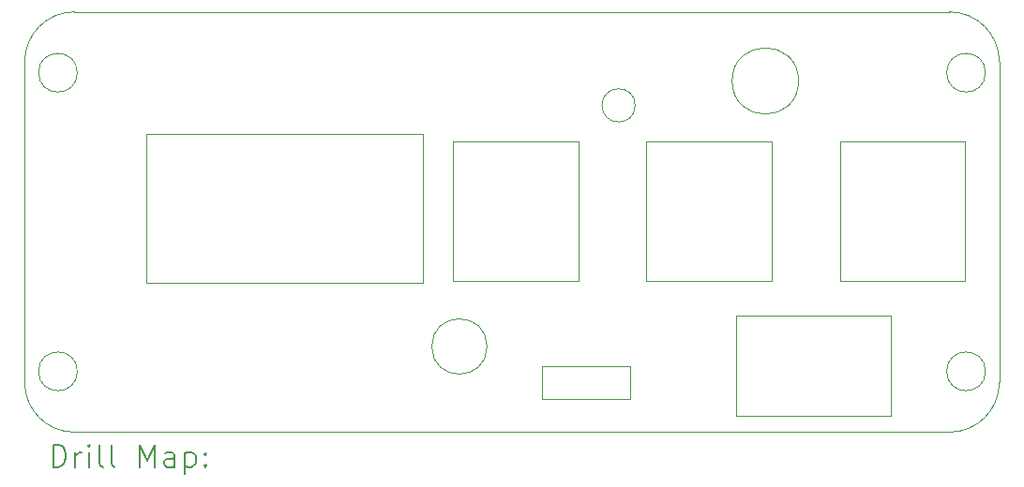
<source format=gbr>
%TF.GenerationSoftware,KiCad,Pcbnew,8.0.4-1.fc40*%
%TF.CreationDate,2024-08-27T20:40:13+02:00*%
%TF.ProjectId,ATU100 Alc interface Front,41545531-3030-4204-916c-6320696e7465,rev?*%
%TF.SameCoordinates,Original*%
%TF.FileFunction,Drillmap*%
%TF.FilePolarity,Positive*%
%FSLAX45Y45*%
G04 Gerber Fmt 4.5, Leading zero omitted, Abs format (unit mm)*
G04 Created by KiCad (PCBNEW 8.0.4-1.fc40) date 2024-08-27 20:40:13*
%MOMM*%
%LPD*%
G01*
G04 APERTURE LIST*
%ADD10C,0.050000*%
%ADD11C,0.100000*%
%ADD12C,0.200000*%
G04 APERTURE END LIST*
D10*
X16800000Y-10850000D02*
G75*
G02*
X16350000Y-11300000I-450000J0D01*
G01*
X8000000Y-10850000D02*
X8000000Y-7950000D01*
X8000000Y-7950000D02*
G75*
G02*
X8450000Y-7500000I450000J0D01*
G01*
X8475000Y-10750000D02*
G75*
G02*
X8125000Y-10750000I-175000J0D01*
G01*
X8125000Y-10750000D02*
G75*
G02*
X8475000Y-10750000I175000J0D01*
G01*
X9100000Y-8600000D02*
X11600000Y-8600000D01*
X11600000Y-9950000D01*
X9100000Y-9950000D01*
X9100000Y-8600000D01*
X8475000Y-8050000D02*
G75*
G02*
X8125000Y-8050000I-175000J0D01*
G01*
X8125000Y-8050000D02*
G75*
G02*
X8475000Y-8050000I175000J0D01*
G01*
X8450000Y-11300000D02*
G75*
G02*
X8000000Y-10850000I0J450000D01*
G01*
X14420000Y-10250000D02*
X15820000Y-10250000D01*
X15820000Y-11150000D01*
X14420000Y-11150000D01*
X14420000Y-10250000D01*
X11870000Y-8675000D02*
X13000000Y-8675000D01*
X13000000Y-9935000D01*
X11870000Y-9935000D01*
X11870000Y-8675000D01*
X16675000Y-8050000D02*
G75*
G02*
X16325000Y-8050000I-175000J0D01*
G01*
X16325000Y-8050000D02*
G75*
G02*
X16675000Y-8050000I175000J0D01*
G01*
X16800000Y-7950000D02*
X16800000Y-10850000D01*
D11*
X14987500Y-8125000D02*
G75*
G02*
X14387500Y-8125000I-300000J0D01*
G01*
X14387500Y-8125000D02*
G75*
G02*
X14987500Y-8125000I300000J0D01*
G01*
D10*
X16675000Y-10750000D02*
G75*
G02*
X16325000Y-10750000I-175000J0D01*
G01*
X16325000Y-10750000D02*
G75*
G02*
X16675000Y-10750000I175000J0D01*
G01*
X13615000Y-8675000D02*
X14745000Y-8675000D01*
X14745000Y-9935000D01*
X13615000Y-9935000D01*
X13615000Y-8675000D01*
X15360000Y-8675000D02*
X16490000Y-8675000D01*
X16490000Y-9935000D01*
X15360000Y-9935000D01*
X15360000Y-8675000D01*
X12670000Y-10700000D02*
X13470000Y-10700000D01*
X13470000Y-11000000D01*
X12670000Y-11000000D01*
X12670000Y-10700000D01*
X8450000Y-7500000D02*
X16350000Y-7500000D01*
D11*
X13512500Y-8345000D02*
G75*
G02*
X13212500Y-8345000I-150000J0D01*
G01*
X13212500Y-8345000D02*
G75*
G02*
X13512500Y-8345000I150000J0D01*
G01*
D10*
X12175000Y-10525000D02*
G75*
G02*
X11675000Y-10525000I-250000J0D01*
G01*
X11675000Y-10525000D02*
G75*
G02*
X12175000Y-10525000I250000J0D01*
G01*
X16350000Y-11300000D02*
X8450000Y-11300000D01*
X16350000Y-7500000D02*
G75*
G02*
X16800000Y-7950000I0J-450000D01*
G01*
D12*
X8258277Y-11613984D02*
X8258277Y-11413984D01*
X8258277Y-11413984D02*
X8305896Y-11413984D01*
X8305896Y-11413984D02*
X8334467Y-11423508D01*
X8334467Y-11423508D02*
X8353515Y-11442555D01*
X8353515Y-11442555D02*
X8363039Y-11461603D01*
X8363039Y-11461603D02*
X8372562Y-11499698D01*
X8372562Y-11499698D02*
X8372562Y-11528269D01*
X8372562Y-11528269D02*
X8363039Y-11566365D01*
X8363039Y-11566365D02*
X8353515Y-11585412D01*
X8353515Y-11585412D02*
X8334467Y-11604460D01*
X8334467Y-11604460D02*
X8305896Y-11613984D01*
X8305896Y-11613984D02*
X8258277Y-11613984D01*
X8458277Y-11613984D02*
X8458277Y-11480650D01*
X8458277Y-11518746D02*
X8467801Y-11499698D01*
X8467801Y-11499698D02*
X8477324Y-11490174D01*
X8477324Y-11490174D02*
X8496372Y-11480650D01*
X8496372Y-11480650D02*
X8515420Y-11480650D01*
X8582086Y-11613984D02*
X8582086Y-11480650D01*
X8582086Y-11413984D02*
X8572563Y-11423508D01*
X8572563Y-11423508D02*
X8582086Y-11433031D01*
X8582086Y-11433031D02*
X8591610Y-11423508D01*
X8591610Y-11423508D02*
X8582086Y-11413984D01*
X8582086Y-11413984D02*
X8582086Y-11433031D01*
X8705896Y-11613984D02*
X8686848Y-11604460D01*
X8686848Y-11604460D02*
X8677324Y-11585412D01*
X8677324Y-11585412D02*
X8677324Y-11413984D01*
X8810658Y-11613984D02*
X8791610Y-11604460D01*
X8791610Y-11604460D02*
X8782086Y-11585412D01*
X8782086Y-11585412D02*
X8782086Y-11413984D01*
X9039229Y-11613984D02*
X9039229Y-11413984D01*
X9039229Y-11413984D02*
X9105896Y-11556841D01*
X9105896Y-11556841D02*
X9172563Y-11413984D01*
X9172563Y-11413984D02*
X9172563Y-11613984D01*
X9353515Y-11613984D02*
X9353515Y-11509222D01*
X9353515Y-11509222D02*
X9343991Y-11490174D01*
X9343991Y-11490174D02*
X9324944Y-11480650D01*
X9324944Y-11480650D02*
X9286848Y-11480650D01*
X9286848Y-11480650D02*
X9267801Y-11490174D01*
X9353515Y-11604460D02*
X9334467Y-11613984D01*
X9334467Y-11613984D02*
X9286848Y-11613984D01*
X9286848Y-11613984D02*
X9267801Y-11604460D01*
X9267801Y-11604460D02*
X9258277Y-11585412D01*
X9258277Y-11585412D02*
X9258277Y-11566365D01*
X9258277Y-11566365D02*
X9267801Y-11547317D01*
X9267801Y-11547317D02*
X9286848Y-11537793D01*
X9286848Y-11537793D02*
X9334467Y-11537793D01*
X9334467Y-11537793D02*
X9353515Y-11528269D01*
X9448753Y-11480650D02*
X9448753Y-11680650D01*
X9448753Y-11490174D02*
X9467801Y-11480650D01*
X9467801Y-11480650D02*
X9505896Y-11480650D01*
X9505896Y-11480650D02*
X9524944Y-11490174D01*
X9524944Y-11490174D02*
X9534467Y-11499698D01*
X9534467Y-11499698D02*
X9543991Y-11518746D01*
X9543991Y-11518746D02*
X9543991Y-11575888D01*
X9543991Y-11575888D02*
X9534467Y-11594936D01*
X9534467Y-11594936D02*
X9524944Y-11604460D01*
X9524944Y-11604460D02*
X9505896Y-11613984D01*
X9505896Y-11613984D02*
X9467801Y-11613984D01*
X9467801Y-11613984D02*
X9448753Y-11604460D01*
X9629705Y-11594936D02*
X9639229Y-11604460D01*
X9639229Y-11604460D02*
X9629705Y-11613984D01*
X9629705Y-11613984D02*
X9620182Y-11604460D01*
X9620182Y-11604460D02*
X9629705Y-11594936D01*
X9629705Y-11594936D02*
X9629705Y-11613984D01*
X9629705Y-11490174D02*
X9639229Y-11499698D01*
X9639229Y-11499698D02*
X9629705Y-11509222D01*
X9629705Y-11509222D02*
X9620182Y-11499698D01*
X9620182Y-11499698D02*
X9629705Y-11490174D01*
X9629705Y-11490174D02*
X9629705Y-11509222D01*
M02*

</source>
